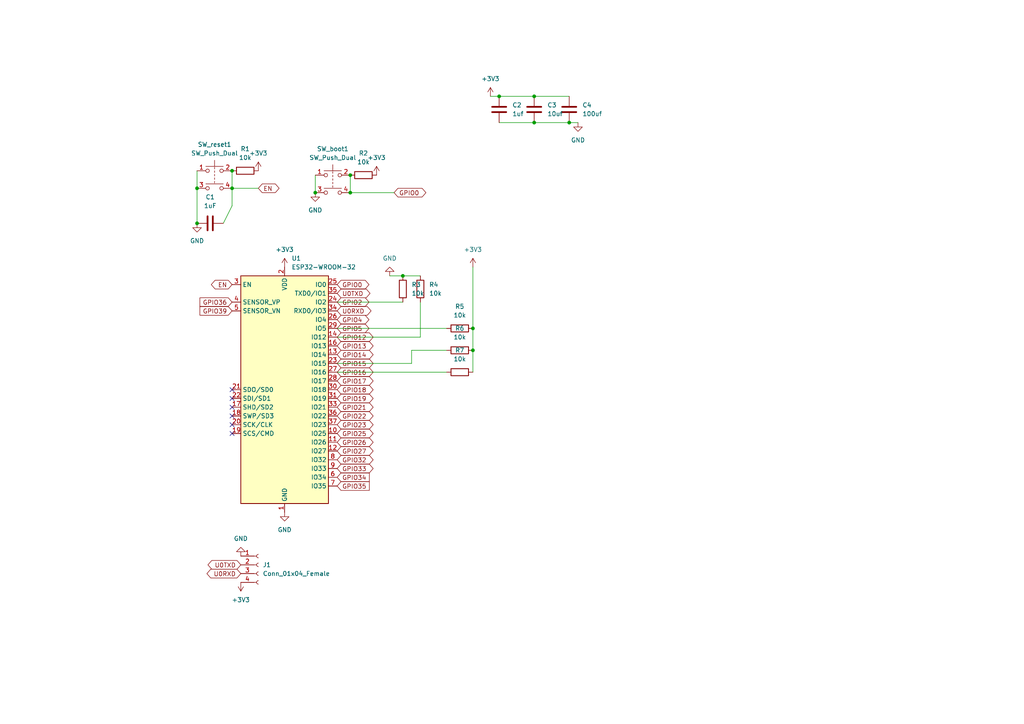
<source format=kicad_sch>
(kicad_sch (version 20211123) (generator eeschema)

  (uuid d6454b74-ad60-4ecd-aba7-0a1ef1c5d390)

  (paper "A4")

  (lib_symbols
    (symbol "Connector:Conn_01x04_Female" (pin_names (offset 1.016) hide) (in_bom yes) (on_board yes)
      (property "Reference" "J" (id 0) (at 0 5.08 0)
        (effects (font (size 1.27 1.27)))
      )
      (property "Value" "Conn_01x04_Female" (id 1) (at 0 -7.62 0)
        (effects (font (size 1.27 1.27)))
      )
      (property "Footprint" "" (id 2) (at 0 0 0)
        (effects (font (size 1.27 1.27)) hide)
      )
      (property "Datasheet" "~" (id 3) (at 0 0 0)
        (effects (font (size 1.27 1.27)) hide)
      )
      (property "ki_keywords" "connector" (id 4) (at 0 0 0)
        (effects (font (size 1.27 1.27)) hide)
      )
      (property "ki_description" "Generic connector, single row, 01x04, script generated (kicad-library-utils/schlib/autogen/connector/)" (id 5) (at 0 0 0)
        (effects (font (size 1.27 1.27)) hide)
      )
      (property "ki_fp_filters" "Connector*:*_1x??_*" (id 6) (at 0 0 0)
        (effects (font (size 1.27 1.27)) hide)
      )
      (symbol "Conn_01x04_Female_1_1"
        (arc (start 0 -4.572) (mid -0.508 -5.08) (end 0 -5.588)
          (stroke (width 0.1524) (type default) (color 0 0 0 0))
          (fill (type none))
        )
        (arc (start 0 -2.032) (mid -0.508 -2.54) (end 0 -3.048)
          (stroke (width 0.1524) (type default) (color 0 0 0 0))
          (fill (type none))
        )
        (polyline
          (pts
            (xy -1.27 -5.08)
            (xy -0.508 -5.08)
          )
          (stroke (width 0.1524) (type default) (color 0 0 0 0))
          (fill (type none))
        )
        (polyline
          (pts
            (xy -1.27 -2.54)
            (xy -0.508 -2.54)
          )
          (stroke (width 0.1524) (type default) (color 0 0 0 0))
          (fill (type none))
        )
        (polyline
          (pts
            (xy -1.27 0)
            (xy -0.508 0)
          )
          (stroke (width 0.1524) (type default) (color 0 0 0 0))
          (fill (type none))
        )
        (polyline
          (pts
            (xy -1.27 2.54)
            (xy -0.508 2.54)
          )
          (stroke (width 0.1524) (type default) (color 0 0 0 0))
          (fill (type none))
        )
        (arc (start 0 0.508) (mid -0.508 0) (end 0 -0.508)
          (stroke (width 0.1524) (type default) (color 0 0 0 0))
          (fill (type none))
        )
        (arc (start 0 3.048) (mid -0.508 2.54) (end 0 2.032)
          (stroke (width 0.1524) (type default) (color 0 0 0 0))
          (fill (type none))
        )
        (pin passive line (at -5.08 2.54 0) (length 3.81)
          (name "Pin_1" (effects (font (size 1.27 1.27))))
          (number "1" (effects (font (size 1.27 1.27))))
        )
        (pin passive line (at -5.08 0 0) (length 3.81)
          (name "Pin_2" (effects (font (size 1.27 1.27))))
          (number "2" (effects (font (size 1.27 1.27))))
        )
        (pin passive line (at -5.08 -2.54 0) (length 3.81)
          (name "Pin_3" (effects (font (size 1.27 1.27))))
          (number "3" (effects (font (size 1.27 1.27))))
        )
        (pin passive line (at -5.08 -5.08 0) (length 3.81)
          (name "Pin_4" (effects (font (size 1.27 1.27))))
          (number "4" (effects (font (size 1.27 1.27))))
        )
      )
    )
    (symbol "Device:C" (pin_numbers hide) (pin_names (offset 0.254)) (in_bom yes) (on_board yes)
      (property "Reference" "C" (id 0) (at 0.635 2.54 0)
        (effects (font (size 1.27 1.27)) (justify left))
      )
      (property "Value" "C" (id 1) (at 0.635 -2.54 0)
        (effects (font (size 1.27 1.27)) (justify left))
      )
      (property "Footprint" "" (id 2) (at 0.9652 -3.81 0)
        (effects (font (size 1.27 1.27)) hide)
      )
      (property "Datasheet" "~" (id 3) (at 0 0 0)
        (effects (font (size 1.27 1.27)) hide)
      )
      (property "ki_keywords" "cap capacitor" (id 4) (at 0 0 0)
        (effects (font (size 1.27 1.27)) hide)
      )
      (property "ki_description" "Unpolarized capacitor" (id 5) (at 0 0 0)
        (effects (font (size 1.27 1.27)) hide)
      )
      (property "ki_fp_filters" "C_*" (id 6) (at 0 0 0)
        (effects (font (size 1.27 1.27)) hide)
      )
      (symbol "C_0_1"
        (polyline
          (pts
            (xy -2.032 -0.762)
            (xy 2.032 -0.762)
          )
          (stroke (width 0.508) (type default) (color 0 0 0 0))
          (fill (type none))
        )
        (polyline
          (pts
            (xy -2.032 0.762)
            (xy 2.032 0.762)
          )
          (stroke (width 0.508) (type default) (color 0 0 0 0))
          (fill (type none))
        )
      )
      (symbol "C_1_1"
        (pin passive line (at 0 3.81 270) (length 2.794)
          (name "~" (effects (font (size 1.27 1.27))))
          (number "1" (effects (font (size 1.27 1.27))))
        )
        (pin passive line (at 0 -3.81 90) (length 2.794)
          (name "~" (effects (font (size 1.27 1.27))))
          (number "2" (effects (font (size 1.27 1.27))))
        )
      )
    )
    (symbol "Device:R" (pin_numbers hide) (pin_names (offset 0)) (in_bom yes) (on_board yes)
      (property "Reference" "R" (id 0) (at 2.032 0 90)
        (effects (font (size 1.27 1.27)))
      )
      (property "Value" "R" (id 1) (at 0 0 90)
        (effects (font (size 1.27 1.27)))
      )
      (property "Footprint" "" (id 2) (at -1.778 0 90)
        (effects (font (size 1.27 1.27)) hide)
      )
      (property "Datasheet" "~" (id 3) (at 0 0 0)
        (effects (font (size 1.27 1.27)) hide)
      )
      (property "ki_keywords" "R res resistor" (id 4) (at 0 0 0)
        (effects (font (size 1.27 1.27)) hide)
      )
      (property "ki_description" "Resistor" (id 5) (at 0 0 0)
        (effects (font (size 1.27 1.27)) hide)
      )
      (property "ki_fp_filters" "R_*" (id 6) (at 0 0 0)
        (effects (font (size 1.27 1.27)) hide)
      )
      (symbol "R_0_1"
        (rectangle (start -1.016 -2.54) (end 1.016 2.54)
          (stroke (width 0.254) (type default) (color 0 0 0 0))
          (fill (type none))
        )
      )
      (symbol "R_1_1"
        (pin passive line (at 0 3.81 270) (length 1.27)
          (name "~" (effects (font (size 1.27 1.27))))
          (number "1" (effects (font (size 1.27 1.27))))
        )
        (pin passive line (at 0 -3.81 90) (length 1.27)
          (name "~" (effects (font (size 1.27 1.27))))
          (number "2" (effects (font (size 1.27 1.27))))
        )
      )
    )
    (symbol "RF_Module:ESP32-WROOM-32" (in_bom yes) (on_board yes)
      (property "Reference" "U" (id 0) (at -12.7 34.29 0)
        (effects (font (size 1.27 1.27)) (justify left))
      )
      (property "Value" "ESP32-WROOM-32" (id 1) (at 1.27 34.29 0)
        (effects (font (size 1.27 1.27)) (justify left))
      )
      (property "Footprint" "RF_Module:ESP32-WROOM-32" (id 2) (at 0 -38.1 0)
        (effects (font (size 1.27 1.27)) hide)
      )
      (property "Datasheet" "https://www.espressif.com/sites/default/files/documentation/esp32-wroom-32_datasheet_en.pdf" (id 3) (at -7.62 1.27 0)
        (effects (font (size 1.27 1.27)) hide)
      )
      (property "ki_keywords" "RF Radio BT ESP ESP32 Espressif onboard PCB antenna" (id 4) (at 0 0 0)
        (effects (font (size 1.27 1.27)) hide)
      )
      (property "ki_description" "RF Module, ESP32-D0WDQ6 SoC, Wi-Fi 802.11b/g/n, Bluetooth, BLE, 32-bit, 2.7-3.6V, onboard antenna, SMD" (id 5) (at 0 0 0)
        (effects (font (size 1.27 1.27)) hide)
      )
      (property "ki_fp_filters" "ESP32?WROOM?32*" (id 6) (at 0 0 0)
        (effects (font (size 1.27 1.27)) hide)
      )
      (symbol "ESP32-WROOM-32_0_1"
        (rectangle (start -12.7 33.02) (end 12.7 -33.02)
          (stroke (width 0.254) (type default) (color 0 0 0 0))
          (fill (type background))
        )
      )
      (symbol "ESP32-WROOM-32_1_1"
        (pin power_in line (at 0 -35.56 90) (length 2.54)
          (name "GND" (effects (font (size 1.27 1.27))))
          (number "1" (effects (font (size 1.27 1.27))))
        )
        (pin bidirectional line (at 15.24 -12.7 180) (length 2.54)
          (name "IO25" (effects (font (size 1.27 1.27))))
          (number "10" (effects (font (size 1.27 1.27))))
        )
        (pin bidirectional line (at 15.24 -15.24 180) (length 2.54)
          (name "IO26" (effects (font (size 1.27 1.27))))
          (number "11" (effects (font (size 1.27 1.27))))
        )
        (pin bidirectional line (at 15.24 -17.78 180) (length 2.54)
          (name "IO27" (effects (font (size 1.27 1.27))))
          (number "12" (effects (font (size 1.27 1.27))))
        )
        (pin bidirectional line (at 15.24 10.16 180) (length 2.54)
          (name "IO14" (effects (font (size 1.27 1.27))))
          (number "13" (effects (font (size 1.27 1.27))))
        )
        (pin bidirectional line (at 15.24 15.24 180) (length 2.54)
          (name "IO12" (effects (font (size 1.27 1.27))))
          (number "14" (effects (font (size 1.27 1.27))))
        )
        (pin passive line (at 0 -35.56 90) (length 2.54) hide
          (name "GND" (effects (font (size 1.27 1.27))))
          (number "15" (effects (font (size 1.27 1.27))))
        )
        (pin bidirectional line (at 15.24 12.7 180) (length 2.54)
          (name "IO13" (effects (font (size 1.27 1.27))))
          (number "16" (effects (font (size 1.27 1.27))))
        )
        (pin bidirectional line (at -15.24 -5.08 0) (length 2.54)
          (name "SHD/SD2" (effects (font (size 1.27 1.27))))
          (number "17" (effects (font (size 1.27 1.27))))
        )
        (pin bidirectional line (at -15.24 -7.62 0) (length 2.54)
          (name "SWP/SD3" (effects (font (size 1.27 1.27))))
          (number "18" (effects (font (size 1.27 1.27))))
        )
        (pin bidirectional line (at -15.24 -12.7 0) (length 2.54)
          (name "SCS/CMD" (effects (font (size 1.27 1.27))))
          (number "19" (effects (font (size 1.27 1.27))))
        )
        (pin power_in line (at 0 35.56 270) (length 2.54)
          (name "VDD" (effects (font (size 1.27 1.27))))
          (number "2" (effects (font (size 1.27 1.27))))
        )
        (pin bidirectional line (at -15.24 -10.16 0) (length 2.54)
          (name "SCK/CLK" (effects (font (size 1.27 1.27))))
          (number "20" (effects (font (size 1.27 1.27))))
        )
        (pin bidirectional line (at -15.24 0 0) (length 2.54)
          (name "SDO/SD0" (effects (font (size 1.27 1.27))))
          (number "21" (effects (font (size 1.27 1.27))))
        )
        (pin bidirectional line (at -15.24 -2.54 0) (length 2.54)
          (name "SDI/SD1" (effects (font (size 1.27 1.27))))
          (number "22" (effects (font (size 1.27 1.27))))
        )
        (pin bidirectional line (at 15.24 7.62 180) (length 2.54)
          (name "IO15" (effects (font (size 1.27 1.27))))
          (number "23" (effects (font (size 1.27 1.27))))
        )
        (pin bidirectional line (at 15.24 25.4 180) (length 2.54)
          (name "IO2" (effects (font (size 1.27 1.27))))
          (number "24" (effects (font (size 1.27 1.27))))
        )
        (pin bidirectional line (at 15.24 30.48 180) (length 2.54)
          (name "IO0" (effects (font (size 1.27 1.27))))
          (number "25" (effects (font (size 1.27 1.27))))
        )
        (pin bidirectional line (at 15.24 20.32 180) (length 2.54)
          (name "IO4" (effects (font (size 1.27 1.27))))
          (number "26" (effects (font (size 1.27 1.27))))
        )
        (pin bidirectional line (at 15.24 5.08 180) (length 2.54)
          (name "IO16" (effects (font (size 1.27 1.27))))
          (number "27" (effects (font (size 1.27 1.27))))
        )
        (pin bidirectional line (at 15.24 2.54 180) (length 2.54)
          (name "IO17" (effects (font (size 1.27 1.27))))
          (number "28" (effects (font (size 1.27 1.27))))
        )
        (pin bidirectional line (at 15.24 17.78 180) (length 2.54)
          (name "IO5" (effects (font (size 1.27 1.27))))
          (number "29" (effects (font (size 1.27 1.27))))
        )
        (pin input line (at -15.24 30.48 0) (length 2.54)
          (name "EN" (effects (font (size 1.27 1.27))))
          (number "3" (effects (font (size 1.27 1.27))))
        )
        (pin bidirectional line (at 15.24 0 180) (length 2.54)
          (name "IO18" (effects (font (size 1.27 1.27))))
          (number "30" (effects (font (size 1.27 1.27))))
        )
        (pin bidirectional line (at 15.24 -2.54 180) (length 2.54)
          (name "IO19" (effects (font (size 1.27 1.27))))
          (number "31" (effects (font (size 1.27 1.27))))
        )
        (pin no_connect line (at -12.7 -27.94 0) (length 2.54) hide
          (name "NC" (effects (font (size 1.27 1.27))))
          (number "32" (effects (font (size 1.27 1.27))))
        )
        (pin bidirectional line (at 15.24 -5.08 180) (length 2.54)
          (name "IO21" (effects (font (size 1.27 1.27))))
          (number "33" (effects (font (size 1.27 1.27))))
        )
        (pin bidirectional line (at 15.24 22.86 180) (length 2.54)
          (name "RXD0/IO3" (effects (font (size 1.27 1.27))))
          (number "34" (effects (font (size 1.27 1.27))))
        )
        (pin bidirectional line (at 15.24 27.94 180) (length 2.54)
          (name "TXD0/IO1" (effects (font (size 1.27 1.27))))
          (number "35" (effects (font (size 1.27 1.27))))
        )
        (pin bidirectional line (at 15.24 -7.62 180) (length 2.54)
          (name "IO22" (effects (font (size 1.27 1.27))))
          (number "36" (effects (font (size 1.27 1.27))))
        )
        (pin bidirectional line (at 15.24 -10.16 180) (length 2.54)
          (name "IO23" (effects (font (size 1.27 1.27))))
          (number "37" (effects (font (size 1.27 1.27))))
        )
        (pin passive line (at 0 -35.56 90) (length 2.54) hide
          (name "GND" (effects (font (size 1.27 1.27))))
          (number "38" (effects (font (size 1.27 1.27))))
        )
        (pin passive line (at 0 -35.56 90) (length 2.54) hide
          (name "GND" (effects (font (size 1.27 1.27))))
          (number "39" (effects (font (size 1.27 1.27))))
        )
        (pin input line (at -15.24 25.4 0) (length 2.54)
          (name "SENSOR_VP" (effects (font (size 1.27 1.27))))
          (number "4" (effects (font (size 1.27 1.27))))
        )
        (pin input line (at -15.24 22.86 0) (length 2.54)
          (name "SENSOR_VN" (effects (font (size 1.27 1.27))))
          (number "5" (effects (font (size 1.27 1.27))))
        )
        (pin input line (at 15.24 -25.4 180) (length 2.54)
          (name "IO34" (effects (font (size 1.27 1.27))))
          (number "6" (effects (font (size 1.27 1.27))))
        )
        (pin input line (at 15.24 -27.94 180) (length 2.54)
          (name "IO35" (effects (font (size 1.27 1.27))))
          (number "7" (effects (font (size 1.27 1.27))))
        )
        (pin bidirectional line (at 15.24 -20.32 180) (length 2.54)
          (name "IO32" (effects (font (size 1.27 1.27))))
          (number "8" (effects (font (size 1.27 1.27))))
        )
        (pin bidirectional line (at 15.24 -22.86 180) (length 2.54)
          (name "IO33" (effects (font (size 1.27 1.27))))
          (number "9" (effects (font (size 1.27 1.27))))
        )
      )
    )
    (symbol "Switch:SW_Push_Dual" (pin_names (offset 1.016) hide) (in_bom yes) (on_board yes)
      (property "Reference" "SW" (id 0) (at 1.27 2.54 0)
        (effects (font (size 1.27 1.27)) (justify left))
      )
      (property "Value" "SW_Push_Dual" (id 1) (at 0 -6.858 0)
        (effects (font (size 1.27 1.27)))
      )
      (property "Footprint" "" (id 2) (at 0 5.08 0)
        (effects (font (size 1.27 1.27)) hide)
      )
      (property "Datasheet" "~" (id 3) (at 0 5.08 0)
        (effects (font (size 1.27 1.27)) hide)
      )
      (property "ki_keywords" "switch normally-open pushbutton push-button" (id 4) (at 0 0 0)
        (effects (font (size 1.27 1.27)) hide)
      )
      (property "ki_description" "Push button switch, generic, symbol, four pins" (id 5) (at 0 0 0)
        (effects (font (size 1.27 1.27)) hide)
      )
      (symbol "SW_Push_Dual_0_1"
        (circle (center -2.032 -5.08) (radius 0.508)
          (stroke (width 0) (type default) (color 0 0 0 0))
          (fill (type none))
        )
        (circle (center -2.032 0) (radius 0.508)
          (stroke (width 0) (type default) (color 0 0 0 0))
          (fill (type none))
        )
        (polyline
          (pts
            (xy 0 -3.048)
            (xy 0 -3.556)
          )
          (stroke (width 0) (type default) (color 0 0 0 0))
          (fill (type none))
        )
        (polyline
          (pts
            (xy 0 -2.032)
            (xy 0 -2.54)
          )
          (stroke (width 0) (type default) (color 0 0 0 0))
          (fill (type none))
        )
        (polyline
          (pts
            (xy 0 -1.524)
            (xy 0 -1.016)
          )
          (stroke (width 0) (type default) (color 0 0 0 0))
          (fill (type none))
        )
        (polyline
          (pts
            (xy 0 -0.508)
            (xy 0 0)
          )
          (stroke (width 0) (type default) (color 0 0 0 0))
          (fill (type none))
        )
        (polyline
          (pts
            (xy 0 0.508)
            (xy 0 1.016)
          )
          (stroke (width 0) (type default) (color 0 0 0 0))
          (fill (type none))
        )
        (polyline
          (pts
            (xy 0 1.27)
            (xy 0 3.048)
          )
          (stroke (width 0) (type default) (color 0 0 0 0))
          (fill (type none))
        )
        (polyline
          (pts
            (xy 2.54 -3.81)
            (xy -2.54 -3.81)
          )
          (stroke (width 0) (type default) (color 0 0 0 0))
          (fill (type none))
        )
        (polyline
          (pts
            (xy 2.54 1.27)
            (xy -2.54 1.27)
          )
          (stroke (width 0) (type default) (color 0 0 0 0))
          (fill (type none))
        )
        (circle (center 2.032 -5.08) (radius 0.508)
          (stroke (width 0) (type default) (color 0 0 0 0))
          (fill (type none))
        )
        (circle (center 2.032 0) (radius 0.508)
          (stroke (width 0) (type default) (color 0 0 0 0))
          (fill (type none))
        )
        (pin passive line (at -5.08 0 0) (length 2.54)
          (name "1" (effects (font (size 1.27 1.27))))
          (number "1" (effects (font (size 1.27 1.27))))
        )
        (pin passive line (at 5.08 0 180) (length 2.54)
          (name "2" (effects (font (size 1.27 1.27))))
          (number "2" (effects (font (size 1.27 1.27))))
        )
        (pin passive line (at -5.08 -5.08 0) (length 2.54)
          (name "3" (effects (font (size 1.27 1.27))))
          (number "3" (effects (font (size 1.27 1.27))))
        )
        (pin passive line (at 5.08 -5.08 180) (length 2.54)
          (name "4" (effects (font (size 1.27 1.27))))
          (number "4" (effects (font (size 1.27 1.27))))
        )
      )
    )
    (symbol "power:+3.3V" (power) (pin_names (offset 0)) (in_bom yes) (on_board yes)
      (property "Reference" "#PWR" (id 0) (at 0 -3.81 0)
        (effects (font (size 1.27 1.27)) hide)
      )
      (property "Value" "+3.3V" (id 1) (at 0 3.556 0)
        (effects (font (size 1.27 1.27)))
      )
      (property "Footprint" "" (id 2) (at 0 0 0)
        (effects (font (size 1.27 1.27)) hide)
      )
      (property "Datasheet" "" (id 3) (at 0 0 0)
        (effects (font (size 1.27 1.27)) hide)
      )
      (property "ki_keywords" "power-flag" (id 4) (at 0 0 0)
        (effects (font (size 1.27 1.27)) hide)
      )
      (property "ki_description" "Power symbol creates a global label with name \"+3.3V\"" (id 5) (at 0 0 0)
        (effects (font (size 1.27 1.27)) hide)
      )
      (symbol "+3.3V_0_1"
        (polyline
          (pts
            (xy -0.762 1.27)
            (xy 0 2.54)
          )
          (stroke (width 0) (type default) (color 0 0 0 0))
          (fill (type none))
        )
        (polyline
          (pts
            (xy 0 0)
            (xy 0 2.54)
          )
          (stroke (width 0) (type default) (color 0 0 0 0))
          (fill (type none))
        )
        (polyline
          (pts
            (xy 0 2.54)
            (xy 0.762 1.27)
          )
          (stroke (width 0) (type default) (color 0 0 0 0))
          (fill (type none))
        )
      )
      (symbol "+3.3V_1_1"
        (pin power_in line (at 0 0 90) (length 0) hide
          (name "+3V3" (effects (font (size 1.27 1.27))))
          (number "1" (effects (font (size 1.27 1.27))))
        )
      )
    )
    (symbol "power:GND" (power) (pin_names (offset 0)) (in_bom yes) (on_board yes)
      (property "Reference" "#PWR" (id 0) (at 0 -6.35 0)
        (effects (font (size 1.27 1.27)) hide)
      )
      (property "Value" "GND" (id 1) (at 0 -3.81 0)
        (effects (font (size 1.27 1.27)))
      )
      (property "Footprint" "" (id 2) (at 0 0 0)
        (effects (font (size 1.27 1.27)) hide)
      )
      (property "Datasheet" "" (id 3) (at 0 0 0)
        (effects (font (size 1.27 1.27)) hide)
      )
      (property "ki_keywords" "power-flag" (id 4) (at 0 0 0)
        (effects (font (size 1.27 1.27)) hide)
      )
      (property "ki_description" "Power symbol creates a global label with name \"GND\" , ground" (id 5) (at 0 0 0)
        (effects (font (size 1.27 1.27)) hide)
      )
      (symbol "GND_0_1"
        (polyline
          (pts
            (xy 0 0)
            (xy 0 -1.27)
            (xy 1.27 -1.27)
            (xy 0 -2.54)
            (xy -1.27 -1.27)
            (xy 0 -1.27)
          )
          (stroke (width 0) (type default) (color 0 0 0 0))
          (fill (type none))
        )
      )
      (symbol "GND_1_1"
        (pin power_in line (at 0 0 270) (length 0) hide
          (name "GND" (effects (font (size 1.27 1.27))))
          (number "1" (effects (font (size 1.27 1.27))))
        )
      )
    )
  )

  (junction (at 101.6 55.88) (diameter 0) (color 0 0 0 0)
    (uuid 18743144-f46b-46d3-b2cd-56e97c0ffb9d)
  )
  (junction (at 165.1 35.56) (diameter 0) (color 0 0 0 0)
    (uuid 28ff0ad5-5f94-47c0-ba32-54e5591b7e43)
  )
  (junction (at 154.94 35.56) (diameter 0) (color 0 0 0 0)
    (uuid 3f5e2b71-0eee-4acf-8ae3-c570ea92cecf)
  )
  (junction (at 57.15 54.61) (diameter 0) (color 0 0 0 0)
    (uuid 41bc4358-778b-41af-a7fd-b643743fa4cd)
  )
  (junction (at 101.6 50.8) (diameter 0) (color 0 0 0 0)
    (uuid 53d87d67-d5a2-4c45-82e5-8020ce75ea70)
  )
  (junction (at 154.94 27.94) (diameter 0) (color 0 0 0 0)
    (uuid 6115df9a-d271-4c0e-b90f-e3a0e9b7133d)
  )
  (junction (at 144.78 27.94) (diameter 0) (color 0 0 0 0)
    (uuid 6d2d5057-07b9-4899-a64a-a54b859277ca)
  )
  (junction (at 67.31 54.61) (diameter 0) (color 0 0 0 0)
    (uuid 7aa0c05d-6bb5-4e64-925a-797ffe5bee81)
  )
  (junction (at 91.44 55.88) (diameter 0) (color 0 0 0 0)
    (uuid 9093e0e1-a064-4125-ad4c-e0c9878d3db7)
  )
  (junction (at 57.15 64.77) (diameter 0) (color 0 0 0 0)
    (uuid 95475210-d0a4-4d63-b45a-ccd83b011a41)
  )
  (junction (at 116.84 80.01) (diameter 0) (color 0 0 0 0)
    (uuid bf6ccf49-beb7-4f5b-8fc4-af3ac1364996)
  )
  (junction (at 137.16 95.25) (diameter 0) (color 0 0 0 0)
    (uuid d3787239-9054-47c5-8162-381aa27071ff)
  )
  (junction (at 137.16 101.6) (diameter 0) (color 0 0 0 0)
    (uuid da4f3859-a378-4de5-b9e2-a02975429058)
  )
  (junction (at 67.31 49.53) (diameter 0) (color 0 0 0 0)
    (uuid ffe1094d-09b0-4bab-a407-20ffb2047ac4)
  )

  (no_connect (at 67.31 123.19) (uuid 2e64e7b6-04b9-4842-b788-cc1bd812b813))
  (no_connect (at 67.31 113.03) (uuid 2fbb100a-3934-45a9-9795-245440b8f3e9))
  (no_connect (at 67.31 120.65) (uuid 67d7640a-458a-4b7a-8998-50f530422d5c))
  (no_connect (at 67.31 118.11) (uuid 727b7d3e-63fc-4631-a702-35c1e7bf47ad))
  (no_connect (at 67.31 125.73) (uuid 8ed752e8-d22b-4706-8198-fa390d78b070))
  (no_connect (at 67.31 115.57) (uuid 970f2499-106e-4c81-9eba-4b7949dec559))

  (wire (pts (xy 144.78 27.94) (xy 154.94 27.94))
    (stroke (width 0) (type default) (color 0 0 0 0))
    (uuid 0918f690-7d83-41e1-952a-9ca193bbb1f6)
  )
  (wire (pts (xy 113.03 80.01) (xy 116.84 80.01))
    (stroke (width 0) (type default) (color 0 0 0 0))
    (uuid 0e485d1a-09fe-48d7-9901-03e8d7592c69)
  )
  (wire (pts (xy 154.94 35.56) (xy 165.1 35.56))
    (stroke (width 0) (type default) (color 0 0 0 0))
    (uuid 17d534f0-1586-4841-9a6d-093548b27ee1)
  )
  (wire (pts (xy 144.78 35.56) (xy 154.94 35.56))
    (stroke (width 0) (type default) (color 0 0 0 0))
    (uuid 1bffbf6e-fde8-44af-bb01-2ab6c06331d0)
  )
  (wire (pts (xy 97.79 107.95) (xy 129.54 107.95))
    (stroke (width 0) (type default) (color 0 0 0 0))
    (uuid 2d349936-cd1e-4c64-9d9c-50bba77c4b19)
  )
  (wire (pts (xy 137.16 101.6) (xy 137.16 107.95))
    (stroke (width 0) (type default) (color 0 0 0 0))
    (uuid 3380c346-037f-408c-b631-d66de977273d)
  )
  (wire (pts (xy 101.6 55.88) (xy 114.3 55.88))
    (stroke (width 0) (type default) (color 0 0 0 0))
    (uuid 35de19df-797d-46bc-beec-c46f268ebcc3)
  )
  (wire (pts (xy 91.44 50.8) (xy 91.44 55.88))
    (stroke (width 0) (type default) (color 0 0 0 0))
    (uuid 3637fb70-1be2-4fcd-98d0-c989afdc6baf)
  )
  (wire (pts (xy 97.79 105.41) (xy 119.38 105.41))
    (stroke (width 0) (type default) (color 0 0 0 0))
    (uuid 3854ef56-8726-411f-b3d6-92186730a4cb)
  )
  (wire (pts (xy 142.24 27.94) (xy 144.78 27.94))
    (stroke (width 0) (type default) (color 0 0 0 0))
    (uuid 3ba9b561-6e74-4c90-8928-09ec1aa1dc25)
  )
  (wire (pts (xy 101.6 50.8) (xy 101.6 55.88))
    (stroke (width 0) (type default) (color 0 0 0 0))
    (uuid 4f5603c2-0a1e-442a-9f85-bfd18d318e6d)
  )
  (wire (pts (xy 97.79 87.63) (xy 116.84 87.63))
    (stroke (width 0) (type default) (color 0 0 0 0))
    (uuid 51dbe3c7-8480-4b47-b484-c8b79b937f42)
  )
  (wire (pts (xy 137.16 95.25) (xy 137.16 101.6))
    (stroke (width 0) (type default) (color 0 0 0 0))
    (uuid 6a8db94e-2101-4392-abf7-8c92026028c6)
  )
  (wire (pts (xy 137.16 77.47) (xy 137.16 95.25))
    (stroke (width 0) (type default) (color 0 0 0 0))
    (uuid 72bcc90e-4e6e-47b0-9b59-860058acbf3e)
  )
  (wire (pts (xy 97.79 97.79) (xy 121.92 97.79))
    (stroke (width 0) (type default) (color 0 0 0 0))
    (uuid 8a904df2-cd69-4190-a297-a97013bbd4d6)
  )
  (wire (pts (xy 67.31 49.53) (xy 67.31 54.61))
    (stroke (width 0) (type default) (color 0 0 0 0))
    (uuid a67393f6-27b6-481d-a465-8a3bbd5d53fe)
  )
  (wire (pts (xy 57.15 54.61) (xy 57.15 64.77))
    (stroke (width 0) (type default) (color 0 0 0 0))
    (uuid af5f1091-9157-4860-951e-828a379a65ed)
  )
  (wire (pts (xy 119.38 101.6) (xy 129.54 101.6))
    (stroke (width 0) (type default) (color 0 0 0 0))
    (uuid b1a0bc34-5257-4cd4-8c3b-4451443b75ee)
  )
  (wire (pts (xy 154.94 27.94) (xy 165.1 27.94))
    (stroke (width 0) (type default) (color 0 0 0 0))
    (uuid b42c2271-5f31-4c70-a4fe-69ec832bd316)
  )
  (wire (pts (xy 57.15 49.53) (xy 57.15 54.61))
    (stroke (width 0) (type default) (color 0 0 0 0))
    (uuid b801f421-641e-42a8-94d7-90957515eae4)
  )
  (wire (pts (xy 165.1 35.56) (xy 167.64 35.56))
    (stroke (width 0) (type default) (color 0 0 0 0))
    (uuid c03eec4c-c6a0-489c-b65f-9f0c4b968430)
  )
  (wire (pts (xy 119.38 105.41) (xy 119.38 101.6))
    (stroke (width 0) (type default) (color 0 0 0 0))
    (uuid c114a069-5321-4fd1-a7f6-96aaa755bca6)
  )
  (wire (pts (xy 64.77 64.77) (xy 67.31 59.69))
    (stroke (width 0) (type default) (color 0 0 0 0))
    (uuid d66c8b97-54ff-4a3e-910e-7c181d5467f2)
  )
  (wire (pts (xy 121.92 87.63) (xy 121.92 97.79))
    (stroke (width 0) (type default) (color 0 0 0 0))
    (uuid e75d4dda-6063-431c-a423-3c4b0c6baa0e)
  )
  (wire (pts (xy 67.31 59.69) (xy 67.31 54.61))
    (stroke (width 0) (type default) (color 0 0 0 0))
    (uuid eeea5de4-05c6-4443-a1f8-20132e31976e)
  )
  (wire (pts (xy 116.84 80.01) (xy 121.92 80.01))
    (stroke (width 0) (type default) (color 0 0 0 0))
    (uuid f199db74-12a0-4625-9e06-b4f69f9c339d)
  )
  (wire (pts (xy 97.79 95.25) (xy 129.54 95.25))
    (stroke (width 0) (type default) (color 0 0 0 0))
    (uuid f362a9d3-01e0-4020-aeec-ed396513db3c)
  )
  (wire (pts (xy 74.93 54.61) (xy 67.31 54.61))
    (stroke (width 0) (type default) (color 0 0 0 0))
    (uuid f553d07f-2656-4144-9003-0c8273571af7)
  )

  (global_label "U0RXD" (shape bidirectional) (at 97.79 90.17 0) (fields_autoplaced)
    (effects (font (size 1.27 1.27)) (justify left))
    (uuid 0a3281cd-f90c-4a20-90c0-ec10c1a67561)
    (property "Intersheet References" "${INTERSHEET_REFS}" (id 0) (at 106.4926 90.0906 0)
      (effects (font (size 1.27 1.27)) (justify left) hide)
    )
  )
  (global_label "U0TXD" (shape bidirectional) (at 97.79 85.09 0) (fields_autoplaced)
    (effects (font (size 1.27 1.27)) (justify left))
    (uuid 0fca4aaa-0caf-4db5-956b-a2096445b414)
    (property "Intersheet References" "${INTERSHEET_REFS}" (id 0) (at 106.1902 85.0106 0)
      (effects (font (size 1.27 1.27)) (justify left) hide)
    )
  )
  (global_label "GPIO35" (shape input) (at 97.79 140.97 0) (fields_autoplaced)
    (effects (font (size 1.27 1.27)) (justify left))
    (uuid 1167df7c-d35d-4433-8d10-2f88e3a87912)
    (property "Intersheet References" "${INTERSHEET_REFS}" (id 0) (at 107.0974 140.8906 0)
      (effects (font (size 1.27 1.27)) (justify left) hide)
    )
  )
  (global_label "GPIO15" (shape bidirectional) (at 97.79 105.41 0) (fields_autoplaced)
    (effects (font (size 1.27 1.27)) (justify left))
    (uuid 19ade916-baef-4419-bb8c-7ebb60a7bb65)
    (property "Intersheet References" "${INTERSHEET_REFS}" (id 0) (at 107.0974 105.3306 0)
      (effects (font (size 1.27 1.27)) (justify left) hide)
    )
  )
  (global_label "GPIO0" (shape bidirectional) (at 114.3 55.88 0) (fields_autoplaced)
    (effects (font (size 1.27 1.27)) (justify left))
    (uuid 33b78aa6-93bb-4006-bcb5-772ed655e88d)
    (property "Intersheet References" "${INTERSHEET_REFS}" (id 0) (at 122.3979 55.8006 0)
      (effects (font (size 1.27 1.27)) (justify left) hide)
    )
  )
  (global_label "GPIO23" (shape bidirectional) (at 97.79 123.19 0) (fields_autoplaced)
    (effects (font (size 1.27 1.27)) (justify left))
    (uuid 3b5c885b-852c-4e2b-8eb7-b008ea210871)
    (property "Intersheet References" "${INTERSHEET_REFS}" (id 0) (at 107.0974 123.1106 0)
      (effects (font (size 1.27 1.27)) (justify left) hide)
    )
  )
  (global_label "GPIO36" (shape input) (at 67.31 87.63 180) (fields_autoplaced)
    (effects (font (size 1.27 1.27)) (justify right))
    (uuid 3da08f62-5aac-411e-83b7-fbf84c029a9b)
    (property "Intersheet References" "${INTERSHEET_REFS}" (id 0) (at 58.0026 87.5506 0)
      (effects (font (size 1.27 1.27)) (justify right) hide)
    )
  )
  (global_label "GPIO14" (shape bidirectional) (at 97.79 102.87 0) (fields_autoplaced)
    (effects (font (size 1.27 1.27)) (justify left))
    (uuid 4017ace0-5592-4d49-a803-366f25acc558)
    (property "Intersheet References" "${INTERSHEET_REFS}" (id 0) (at 107.0974 102.7906 0)
      (effects (font (size 1.27 1.27)) (justify left) hide)
    )
  )
  (global_label "GPIO27" (shape bidirectional) (at 97.79 130.81 0) (fields_autoplaced)
    (effects (font (size 1.27 1.27)) (justify left))
    (uuid 42071756-01f3-4f98-a0fa-3259d503b033)
    (property "Intersheet References" "${INTERSHEET_REFS}" (id 0) (at 107.0974 130.7306 0)
      (effects (font (size 1.27 1.27)) (justify left) hide)
    )
  )
  (global_label "EN" (shape bidirectional) (at 67.31 82.55 180) (fields_autoplaced)
    (effects (font (size 1.27 1.27)) (justify right))
    (uuid 4913326d-3c29-46f2-80a6-3f1f4c33a893)
    (property "Intersheet References" "${INTERSHEET_REFS}" (id 0) (at 62.4174 82.4706 0)
      (effects (font (size 1.27 1.27)) (justify right) hide)
    )
  )
  (global_label "GPIO4" (shape bidirectional) (at 97.79 92.71 0) (fields_autoplaced)
    (effects (font (size 1.27 1.27)) (justify left))
    (uuid 5ad083b5-4113-46f3-86ba-ce5bdeb34465)
    (property "Intersheet References" "${INTERSHEET_REFS}" (id 0) (at 105.8879 92.6306 0)
      (effects (font (size 1.27 1.27)) (justify left) hide)
    )
  )
  (global_label "GPIO12" (shape bidirectional) (at 97.79 97.79 0) (fields_autoplaced)
    (effects (font (size 1.27 1.27)) (justify left))
    (uuid 5c157e9c-78ed-4c32-b466-2f1cc8fe4f77)
    (property "Intersheet References" "${INTERSHEET_REFS}" (id 0) (at 107.0974 97.7106 0)
      (effects (font (size 1.27 1.27)) (justify left) hide)
    )
  )
  (global_label "GPIO32" (shape bidirectional) (at 97.79 133.35 0) (fields_autoplaced)
    (effects (font (size 1.27 1.27)) (justify left))
    (uuid 5e1f905f-5a17-413b-895d-b1b86ab25a2c)
    (property "Intersheet References" "${INTERSHEET_REFS}" (id 0) (at 107.0974 133.2706 0)
      (effects (font (size 1.27 1.27)) (justify left) hide)
    )
  )
  (global_label "GPIO16" (shape bidirectional) (at 97.79 107.95 0) (fields_autoplaced)
    (effects (font (size 1.27 1.27)) (justify left))
    (uuid 6591c77f-b5bd-4c1a-9a4a-a2d5d51129f7)
    (property "Intersheet References" "${INTERSHEET_REFS}" (id 0) (at 107.0974 107.8706 0)
      (effects (font (size 1.27 1.27)) (justify left) hide)
    )
  )
  (global_label "GPIO21" (shape bidirectional) (at 97.79 118.11 0) (fields_autoplaced)
    (effects (font (size 1.27 1.27)) (justify left))
    (uuid 662d5590-3ccf-4a6e-b45b-0414992778d9)
    (property "Intersheet References" "${INTERSHEET_REFS}" (id 0) (at 107.0974 118.0306 0)
      (effects (font (size 1.27 1.27)) (justify left) hide)
    )
  )
  (global_label "GPIO19" (shape bidirectional) (at 97.79 115.57 0) (fields_autoplaced)
    (effects (font (size 1.27 1.27)) (justify left))
    (uuid 66b4ba50-544f-4722-8dc6-e3b80bb742c7)
    (property "Intersheet References" "${INTERSHEET_REFS}" (id 0) (at 107.0974 115.4906 0)
      (effects (font (size 1.27 1.27)) (justify left) hide)
    )
  )
  (global_label "GPIO33" (shape bidirectional) (at 97.79 135.89 0) (fields_autoplaced)
    (effects (font (size 1.27 1.27)) (justify left))
    (uuid 67a496e5-c52d-4006-ae55-a36dfada4c7e)
    (property "Intersheet References" "${INTERSHEET_REFS}" (id 0) (at 107.0974 135.8106 0)
      (effects (font (size 1.27 1.27)) (justify left) hide)
    )
  )
  (global_label "GPIO39" (shape input) (at 67.31 90.17 180) (fields_autoplaced)
    (effects (font (size 1.27 1.27)) (justify right))
    (uuid 7f6fabc5-0bc3-42f1-83ce-fd9c102a7aac)
    (property "Intersheet References" "${INTERSHEET_REFS}" (id 0) (at 58.0026 90.0906 0)
      (effects (font (size 1.27 1.27)) (justify right) hide)
    )
  )
  (global_label "GPIO5" (shape bidirectional) (at 97.79 95.25 0) (fields_autoplaced)
    (effects (font (size 1.27 1.27)) (justify left))
    (uuid 842cfcd4-c28d-45b5-b618-6e9f39c94615)
    (property "Intersheet References" "${INTERSHEET_REFS}" (id 0) (at 105.8879 95.1706 0)
      (effects (font (size 1.27 1.27)) (justify left) hide)
    )
  )
  (global_label "U0RXD" (shape bidirectional) (at 69.85 166.37 180) (fields_autoplaced)
    (effects (font (size 1.27 1.27)) (justify right))
    (uuid a103831a-5a8a-4886-aa57-f8b2b69f26ae)
    (property "Intersheet References" "${INTERSHEET_REFS}" (id 0) (at 61.1474 166.4494 0)
      (effects (font (size 1.27 1.27)) (justify right) hide)
    )
  )
  (global_label "GPIO18" (shape bidirectional) (at 97.79 113.03 0) (fields_autoplaced)
    (effects (font (size 1.27 1.27)) (justify left))
    (uuid ae4cf604-2ced-4fd4-a9d8-2e368ca887bc)
    (property "Intersheet References" "${INTERSHEET_REFS}" (id 0) (at 107.0974 112.9506 0)
      (effects (font (size 1.27 1.27)) (justify left) hide)
    )
  )
  (global_label "EN" (shape bidirectional) (at 74.93 54.61 0) (fields_autoplaced)
    (effects (font (size 1.27 1.27)) (justify left))
    (uuid b3c6932c-c22e-40f0-a411-e08604ce12d0)
    (property "Intersheet References" "${INTERSHEET_REFS}" (id 0) (at 79.8226 54.6894 0)
      (effects (font (size 1.27 1.27)) (justify left) hide)
    )
  )
  (global_label "GPIO17" (shape bidirectional) (at 97.79 110.49 0) (fields_autoplaced)
    (effects (font (size 1.27 1.27)) (justify left))
    (uuid b9d803cf-f26a-445b-b8cc-e5944c259746)
    (property "Intersheet References" "${INTERSHEET_REFS}" (id 0) (at 107.0974 110.4106 0)
      (effects (font (size 1.27 1.27)) (justify left) hide)
    )
  )
  (global_label "GPIO34" (shape input) (at 97.79 138.43 0) (fields_autoplaced)
    (effects (font (size 1.27 1.27)) (justify left))
    (uuid bfb508da-2acc-4366-a932-2f9a9338c873)
    (property "Intersheet References" "${INTERSHEET_REFS}" (id 0) (at 107.0974 138.3506 0)
      (effects (font (size 1.27 1.27)) (justify left) hide)
    )
  )
  (global_label "GPIO0" (shape bidirectional) (at 97.79 82.55 0) (fields_autoplaced)
    (effects (font (size 1.27 1.27)) (justify left))
    (uuid c6eaa8d0-7524-4da4-9731-28f974a65b9d)
    (property "Intersheet References" "${INTERSHEET_REFS}" (id 0) (at 105.8879 82.4706 0)
      (effects (font (size 1.27 1.27)) (justify left) hide)
    )
  )
  (global_label "GPIO26" (shape bidirectional) (at 97.79 128.27 0) (fields_autoplaced)
    (effects (font (size 1.27 1.27)) (justify left))
    (uuid d51d98e5-6a25-47ab-a0dc-bab00d2f788f)
    (property "Intersheet References" "${INTERSHEET_REFS}" (id 0) (at 107.0974 128.1906 0)
      (effects (font (size 1.27 1.27)) (justify left) hide)
    )
  )
  (global_label "U0TXD" (shape bidirectional) (at 69.85 163.83 180) (fields_autoplaced)
    (effects (font (size 1.27 1.27)) (justify right))
    (uuid e8e8b373-0166-45f8-ad47-d764131838f9)
    (property "Intersheet References" "${INTERSHEET_REFS}" (id 0) (at 61.4498 163.9094 0)
      (effects (font (size 1.27 1.27)) (justify right) hide)
    )
  )
  (global_label "GPIO2" (shape bidirectional) (at 97.79 87.63 0) (fields_autoplaced)
    (effects (font (size 1.27 1.27)) (justify left))
    (uuid e8f2969e-de06-4af7-b46d-275a99030b28)
    (property "Intersheet References" "${INTERSHEET_REFS}" (id 0) (at 105.8879 87.5506 0)
      (effects (font (size 1.27 1.27)) (justify left) hide)
    )
  )
  (global_label "GPIO25" (shape bidirectional) (at 97.79 125.73 0) (fields_autoplaced)
    (effects (font (size 1.27 1.27)) (justify left))
    (uuid ea76d00c-1569-4a72-bdf1-48a9774969e4)
    (property "Intersheet References" "${INTERSHEET_REFS}" (id 0) (at 107.0974 125.6506 0)
      (effects (font (size 1.27 1.27)) (justify left) hide)
    )
  )
  (global_label "GPIO13" (shape bidirectional) (at 97.79 100.33 0) (fields_autoplaced)
    (effects (font (size 1.27 1.27)) (justify left))
    (uuid f2a29def-99be-422c-846f-29a072a16969)
    (property "Intersheet References" "${INTERSHEET_REFS}" (id 0) (at 107.0974 100.2506 0)
      (effects (font (size 1.27 1.27)) (justify left) hide)
    )
  )
  (global_label "GPIO22" (shape bidirectional) (at 97.79 120.65 0) (fields_autoplaced)
    (effects (font (size 1.27 1.27)) (justify left))
    (uuid fbc854c4-d054-4243-ad53-b4b8c7fada9e)
    (property "Intersheet References" "${INTERSHEET_REFS}" (id 0) (at 107.0974 120.5706 0)
      (effects (font (size 1.27 1.27)) (justify left) hide)
    )
  )

  (symbol (lib_id "power:+3.3V") (at 82.55 77.47 0) (unit 1)
    (in_bom yes) (on_board yes) (fields_autoplaced)
    (uuid 0fa6f3d1-a61b-4cc4-8e86-ae2eda04cffc)
    (property "Reference" "#PWR0102" (id 0) (at 82.55 81.28 0)
      (effects (font (size 1.27 1.27)) hide)
    )
    (property "Value" "+3.3V" (id 1) (at 82.55 72.39 0))
    (property "Footprint" "" (id 2) (at 82.55 77.47 0)
      (effects (font (size 1.27 1.27)) hide)
    )
    (property "Datasheet" "" (id 3) (at 82.55 77.47 0)
      (effects (font (size 1.27 1.27)) hide)
    )
    (pin "1" (uuid 5e378753-a069-4495-84ba-032f4a6d567d))
  )

  (symbol (lib_id "Device:C") (at 60.96 64.77 90) (unit 1)
    (in_bom yes) (on_board yes) (fields_autoplaced)
    (uuid 0fc50505-e261-4106-bbd5-bbd46cf31a96)
    (property "Reference" "C1" (id 0) (at 60.96 57.15 90))
    (property "Value" "1uF" (id 1) (at 60.96 59.69 90))
    (property "Footprint" "Capacitor_SMD:C_0402_1005Metric_Pad0.74x0.62mm_HandSolder" (id 2) (at 64.77 63.8048 0)
      (effects (font (size 1.27 1.27)) hide)
    )
    (property "Datasheet" "~" (id 3) (at 60.96 64.77 0)
      (effects (font (size 1.27 1.27)) hide)
    )
    (pin "1" (uuid 40294860-e029-4507-a5cd-9d8d19dab869))
    (pin "2" (uuid 05f63af2-7a10-4c24-b85d-18f5a994ce61))
  )

  (symbol (lib_id "Device:R") (at 116.84 83.82 0) (unit 1)
    (in_bom yes) (on_board yes) (fields_autoplaced)
    (uuid 128bafd6-92c1-41e3-abff-1200c0919419)
    (property "Reference" "R3" (id 0) (at 119.38 82.5499 0)
      (effects (font (size 1.27 1.27)) (justify left))
    )
    (property "Value" "10k" (id 1) (at 119.38 85.0899 0)
      (effects (font (size 1.27 1.27)) (justify left))
    )
    (property "Footprint" "Resistor_SMD:R_0402_1005Metric_Pad0.72x0.64mm_HandSolder" (id 2) (at 115.062 83.82 90)
      (effects (font (size 1.27 1.27)) hide)
    )
    (property "Datasheet" "~" (id 3) (at 116.84 83.82 0)
      (effects (font (size 1.27 1.27)) hide)
    )
    (pin "1" (uuid fe3762c2-492e-4800-aa1f-af170a191fb1))
    (pin "2" (uuid 753e0d42-083e-40d8-9d20-1215e22e4dbf))
  )

  (symbol (lib_id "Device:R") (at 105.41 50.8 90) (unit 1)
    (in_bom yes) (on_board yes) (fields_autoplaced)
    (uuid 19296754-cfae-4c82-a503-4ac328bb988d)
    (property "Reference" "R2" (id 0) (at 105.41 44.45 90))
    (property "Value" "10k" (id 1) (at 105.41 46.99 90))
    (property "Footprint" "Resistor_SMD:R_0402_1005Metric_Pad0.72x0.64mm_HandSolder" (id 2) (at 105.41 52.578 90)
      (effects (font (size 1.27 1.27)) hide)
    )
    (property "Datasheet" "~" (id 3) (at 105.41 50.8 0)
      (effects (font (size 1.27 1.27)) hide)
    )
    (pin "1" (uuid 590bbea6-3f75-4b66-9995-8d1bff6a552f))
    (pin "2" (uuid 6f8647d8-97f5-4f33-b1d9-7722a0e122fc))
  )

  (symbol (lib_id "Device:C") (at 154.94 31.75 0) (unit 1)
    (in_bom yes) (on_board yes) (fields_autoplaced)
    (uuid 24adeece-040a-40fe-b980-6e58420c4171)
    (property "Reference" "C3" (id 0) (at 158.75 30.4799 0)
      (effects (font (size 1.27 1.27)) (justify left))
    )
    (property "Value" "10uf" (id 1) (at 158.75 33.0199 0)
      (effects (font (size 1.27 1.27)) (justify left))
    )
    (property "Footprint" "Capacitor_SMD:C_0402_1005Metric_Pad0.74x0.62mm_HandSolder" (id 2) (at 155.9052 35.56 0)
      (effects (font (size 1.27 1.27)) hide)
    )
    (property "Datasheet" "~" (id 3) (at 154.94 31.75 0)
      (effects (font (size 1.27 1.27)) hide)
    )
    (pin "1" (uuid 3c80ed41-2078-4ccf-b971-df4ce9133f9f))
    (pin "2" (uuid 65cd81e7-b858-418b-9103-3788a4532122))
  )

  (symbol (lib_id "Device:R") (at 133.35 107.95 90) (unit 1)
    (in_bom yes) (on_board yes) (fields_autoplaced)
    (uuid 2ab09156-690f-4ece-9419-f6e26f490bd2)
    (property "Reference" "R7" (id 0) (at 133.35 101.6 90))
    (property "Value" "10k" (id 1) (at 133.35 104.14 90))
    (property "Footprint" "Resistor_SMD:R_0402_1005Metric_Pad0.72x0.64mm_HandSolder" (id 2) (at 133.35 109.728 90)
      (effects (font (size 1.27 1.27)) hide)
    )
    (property "Datasheet" "~" (id 3) (at 133.35 107.95 0)
      (effects (font (size 1.27 1.27)) hide)
    )
    (pin "1" (uuid 35a136f3-1213-4277-ad2c-f83d63320c6b))
    (pin "2" (uuid fd04ce72-bb83-436b-8999-15e2ee47e120))
  )

  (symbol (lib_id "power:GND") (at 167.64 35.56 0) (unit 1)
    (in_bom yes) (on_board yes) (fields_autoplaced)
    (uuid 313aa730-24f3-49bf-a7f5-d14c945cdfea)
    (property "Reference" "#PWR09" (id 0) (at 167.64 41.91 0)
      (effects (font (size 1.27 1.27)) hide)
    )
    (property "Value" "GND" (id 1) (at 167.64 40.64 0))
    (property "Footprint" "" (id 2) (at 167.64 35.56 0)
      (effects (font (size 1.27 1.27)) hide)
    )
    (property "Datasheet" "" (id 3) (at 167.64 35.56 0)
      (effects (font (size 1.27 1.27)) hide)
    )
    (pin "1" (uuid f7b27411-4024-4892-bebd-ff9e4aa8bb9e))
  )

  (symbol (lib_id "power:+3.3V") (at 142.24 27.94 0) (unit 1)
    (in_bom yes) (on_board yes) (fields_autoplaced)
    (uuid 318b83f1-59a5-42e9-a063-f8667c56001f)
    (property "Reference" "#PWR08" (id 0) (at 142.24 31.75 0)
      (effects (font (size 1.27 1.27)) hide)
    )
    (property "Value" "+3.3V" (id 1) (at 142.24 22.86 0))
    (property "Footprint" "" (id 2) (at 142.24 27.94 0)
      (effects (font (size 1.27 1.27)) hide)
    )
    (property "Datasheet" "" (id 3) (at 142.24 27.94 0)
      (effects (font (size 1.27 1.27)) hide)
    )
    (pin "1" (uuid fda9b16d-c198-4b77-b61b-aa384c62d44b))
  )

  (symbol (lib_id "Device:R") (at 71.12 49.53 90) (unit 1)
    (in_bom yes) (on_board yes)
    (uuid 3e169479-ac11-4677-a8d4-ed5217824611)
    (property "Reference" "R1" (id 0) (at 71.12 43.18 90))
    (property "Value" "10k" (id 1) (at 71.12 45.72 90))
    (property "Footprint" "Resistor_SMD:R_0402_1005Metric_Pad0.72x0.64mm_HandSolder" (id 2) (at 71.12 51.308 90)
      (effects (font (size 1.27 1.27)) hide)
    )
    (property "Datasheet" "~" (id 3) (at 71.12 49.53 0)
      (effects (font (size 1.27 1.27)) hide)
    )
    (pin "1" (uuid eae6b59c-c44e-4434-838f-30272473f1c4))
    (pin "2" (uuid dee3106b-9aa9-4321-888e-aeb3710086c1))
  )

  (symbol (lib_id "Device:R") (at 133.35 95.25 90) (unit 1)
    (in_bom yes) (on_board yes) (fields_autoplaced)
    (uuid 5e38ab57-7222-41ca-81e4-54caee22f39e)
    (property "Reference" "R5" (id 0) (at 133.35 88.9 90))
    (property "Value" "10k" (id 1) (at 133.35 91.44 90))
    (property "Footprint" "Resistor_SMD:R_0402_1005Metric_Pad0.72x0.64mm_HandSolder" (id 2) (at 133.35 97.028 90)
      (effects (font (size 1.27 1.27)) hide)
    )
    (property "Datasheet" "~" (id 3) (at 133.35 95.25 0)
      (effects (font (size 1.27 1.27)) hide)
    )
    (pin "1" (uuid 60525f38-45d8-43e9-b69e-65a49841f935))
    (pin "2" (uuid 044ec0c7-d571-4d87-86b4-627ee9b18b2e))
  )

  (symbol (lib_id "Device:C") (at 144.78 31.75 0) (unit 1)
    (in_bom yes) (on_board yes) (fields_autoplaced)
    (uuid 5ec4d6e4-1eaf-4f50-ad2a-e6ebde206f79)
    (property "Reference" "C2" (id 0) (at 148.59 30.4799 0)
      (effects (font (size 1.27 1.27)) (justify left))
    )
    (property "Value" "1uf" (id 1) (at 148.59 33.0199 0)
      (effects (font (size 1.27 1.27)) (justify left))
    )
    (property "Footprint" "Capacitor_SMD:C_0402_1005Metric_Pad0.74x0.62mm_HandSolder" (id 2) (at 145.7452 35.56 0)
      (effects (font (size 1.27 1.27)) hide)
    )
    (property "Datasheet" "~" (id 3) (at 144.78 31.75 0)
      (effects (font (size 1.27 1.27)) hide)
    )
    (pin "1" (uuid 39cafdc0-e701-480b-893e-f2ecda93e5ae))
    (pin "2" (uuid 644db493-7295-45d6-a070-6dab18b84490))
  )

  (symbol (lib_id "power:+3.3V") (at 137.16 77.47 0) (unit 1)
    (in_bom yes) (on_board yes) (fields_autoplaced)
    (uuid 811dcbae-74c1-4032-94f8-8be4ad52f001)
    (property "Reference" "#PWR04" (id 0) (at 137.16 81.28 0)
      (effects (font (size 1.27 1.27)) hide)
    )
    (property "Value" "+3.3V" (id 1) (at 137.16 72.39 0))
    (property "Footprint" "" (id 2) (at 137.16 77.47 0)
      (effects (font (size 1.27 1.27)) hide)
    )
    (property "Datasheet" "" (id 3) (at 137.16 77.47 0)
      (effects (font (size 1.27 1.27)) hide)
    )
    (pin "1" (uuid d1ada227-14df-4bc3-87d6-7e828adc3e23))
  )

  (symbol (lib_id "Device:R") (at 133.35 101.6 90) (unit 1)
    (in_bom yes) (on_board yes) (fields_autoplaced)
    (uuid 87578032-9dd0-40da-b544-f06096a747e6)
    (property "Reference" "R6" (id 0) (at 133.35 95.25 90))
    (property "Value" "10k" (id 1) (at 133.35 97.79 90))
    (property "Footprint" "Resistor_SMD:R_0402_1005Metric_Pad0.72x0.64mm_HandSolder" (id 2) (at 133.35 103.378 90)
      (effects (font (size 1.27 1.27)) hide)
    )
    (property "Datasheet" "~" (id 3) (at 133.35 101.6 0)
      (effects (font (size 1.27 1.27)) hide)
    )
    (pin "1" (uuid 6bc0f80a-487b-45a7-86b7-d174ba2b3915))
    (pin "2" (uuid ee557c0a-eb37-4967-b4a2-3e611256c416))
  )

  (symbol (lib_id "Switch:SW_Push_Dual") (at 62.23 49.53 0) (unit 1)
    (in_bom yes) (on_board yes) (fields_autoplaced)
    (uuid 9e3cb7f1-982f-4663-8e82-81dc5cc3fc54)
    (property "Reference" "SW_reset1" (id 0) (at 62.23 41.91 0))
    (property "Value" "SW_Push_Dual" (id 1) (at 62.23 44.45 0))
    (property "Footprint" "Button_Switch_THT:SW_PUSH_6mm_H4.3mm" (id 2) (at 62.23 44.45 0)
      (effects (font (size 1.27 1.27)) hide)
    )
    (property "Datasheet" "~" (id 3) (at 62.23 44.45 0)
      (effects (font (size 1.27 1.27)) hide)
    )
    (pin "1" (uuid 47129bd1-0f30-4096-9379-97e0199972f6))
    (pin "2" (uuid dea96105-2764-4b70-ba34-c159c89343ce))
    (pin "3" (uuid 529184f0-df7b-4d31-9fa8-4f628dd09c48))
    (pin "4" (uuid 2dfd5bda-a436-4560-b9f4-2a83b9efbbe8))
  )

  (symbol (lib_id "power:GND") (at 82.55 148.59 0) (unit 1)
    (in_bom yes) (on_board yes) (fields_autoplaced)
    (uuid a09cce53-3a9f-48fa-a482-444c91b59e25)
    (property "Reference" "#PWR0104" (id 0) (at 82.55 154.94 0)
      (effects (font (size 1.27 1.27)) hide)
    )
    (property "Value" "GND" (id 1) (at 82.55 153.67 0))
    (property "Footprint" "" (id 2) (at 82.55 148.59 0)
      (effects (font (size 1.27 1.27)) hide)
    )
    (property "Datasheet" "" (id 3) (at 82.55 148.59 0)
      (effects (font (size 1.27 1.27)) hide)
    )
    (pin "1" (uuid bee2d405-1ee6-4b78-9c5c-f2a00eaeb18b))
  )

  (symbol (lib_id "power:GND") (at 57.15 64.77 0) (unit 1)
    (in_bom yes) (on_board yes) (fields_autoplaced)
    (uuid ad3bb629-80a1-4cef-87fb-3d039302b66b)
    (property "Reference" "#PWR0105" (id 0) (at 57.15 71.12 0)
      (effects (font (size 1.27 1.27)) hide)
    )
    (property "Value" "GND" (id 1) (at 57.15 69.85 0))
    (property "Footprint" "" (id 2) (at 57.15 64.77 0)
      (effects (font (size 1.27 1.27)) hide)
    )
    (property "Datasheet" "" (id 3) (at 57.15 64.77 0)
      (effects (font (size 1.27 1.27)) hide)
    )
    (pin "1" (uuid a48a44f2-3c90-4840-9631-fba0ba987a31))
  )

  (symbol (lib_id "power:+3.3V") (at 69.85 168.91 180) (unit 1)
    (in_bom yes) (on_board yes) (fields_autoplaced)
    (uuid c827a1d9-7368-4d4e-9e20-3f078a2dced8)
    (property "Reference" "#PWR0107" (id 0) (at 69.85 165.1 0)
      (effects (font (size 1.27 1.27)) hide)
    )
    (property "Value" "+3.3V" (id 1) (at 69.85 173.99 0))
    (property "Footprint" "" (id 2) (at 69.85 168.91 0)
      (effects (font (size 1.27 1.27)) hide)
    )
    (property "Datasheet" "" (id 3) (at 69.85 168.91 0)
      (effects (font (size 1.27 1.27)) hide)
    )
    (pin "1" (uuid 1ff32e3a-bdeb-4f30-9d6b-6be9ec219ca5))
  )

  (symbol (lib_id "Switch:SW_Push_Dual") (at 96.52 50.8 0) (unit 1)
    (in_bom yes) (on_board yes) (fields_autoplaced)
    (uuid cff21c78-5bfd-4a8c-b85a-225d81bf0d7c)
    (property "Reference" "SW_boot1" (id 0) (at 96.52 43.18 0))
    (property "Value" "SW_Push_Dual" (id 1) (at 96.52 45.72 0))
    (property "Footprint" "Button_Switch_THT:SW_PUSH_6mm_H4.3mm" (id 2) (at 96.52 45.72 0)
      (effects (font (size 1.27 1.27)) hide)
    )
    (property "Datasheet" "~" (id 3) (at 96.52 45.72 0)
      (effects (font (size 1.27 1.27)) hide)
    )
    (pin "1" (uuid 1fac7d68-f826-4024-b92e-2a460a79f6a8))
    (pin "2" (uuid bad18a6d-50bb-4a2a-91c3-dd78a7889b66))
    (pin "3" (uuid d04f7c57-d81f-43d8-8e76-24d918d8d95c))
    (pin "4" (uuid f942bd0b-9a68-4f80-a861-989a5097e4d2))
  )

  (symbol (lib_id "Connector:Conn_01x04_Female") (at 74.93 163.83 0) (unit 1)
    (in_bom yes) (on_board yes) (fields_autoplaced)
    (uuid d4ca41e0-3bb7-44f8-a6cc-09999082e792)
    (property "Reference" "J1" (id 0) (at 76.2 163.8299 0)
      (effects (font (size 1.27 1.27)) (justify left))
    )
    (property "Value" "Conn_01x04_Female" (id 1) (at 76.2 166.3699 0)
      (effects (font (size 1.27 1.27)) (justify left))
    )
    (property "Footprint" "Connector_PinSocket_2.54mm:PinSocket_1x04_P2.54mm_Vertical" (id 2) (at 74.93 163.83 0)
      (effects (font (size 1.27 1.27)) hide)
    )
    (property "Datasheet" "~" (id 3) (at 74.93 163.83 0)
      (effects (font (size 1.27 1.27)) hide)
    )
    (pin "1" (uuid a030d864-334f-4cfd-abcb-578ecc8d7871))
    (pin "2" (uuid 490ddb95-0dab-4049-a603-377275adfcb5))
    (pin "3" (uuid b9ee4df5-c13c-4398-878d-a8d8610b966d))
    (pin "4" (uuid 1fb74e07-3f4b-4a68-bbcf-9faacfd00457))
  )

  (symbol (lib_id "RF_Module:ESP32-WROOM-32") (at 82.55 113.03 0) (unit 1)
    (in_bom yes) (on_board yes) (fields_autoplaced)
    (uuid e003f552-a1df-48c0-8b6a-967f65c435a2)
    (property "Reference" "U1" (id 0) (at 84.5694 74.93 0)
      (effects (font (size 1.27 1.27)) (justify left))
    )
    (property "Value" "ESP32-WROOM-32" (id 1) (at 84.5694 77.47 0)
      (effects (font (size 1.27 1.27)) (justify left))
    )
    (property "Footprint" "RF_Module:ESP32-WROOM-32" (id 2) (at 82.55 151.13 0)
      (effects (font (size 1.27 1.27)) hide)
    )
    (property "Datasheet" "https://www.espressif.com/sites/default/files/documentation/esp32-wroom-32_datasheet_en.pdf" (id 3) (at 74.93 111.76 0)
      (effects (font (size 1.27 1.27)) hide)
    )
    (pin "1" (uuid ec19a0e6-9858-45b5-9812-729fcd73c82f))
    (pin "10" (uuid 7cb7742b-80a0-4f88-81ba-00f0c88c7619))
    (pin "11" (uuid 5dd2b2b6-59dc-4a72-a556-eb11e0f7a31c))
    (pin "12" (uuid af37e8ed-defd-4c8c-9093-1c9628250b87))
    (pin "13" (uuid 5b378ede-0320-4afb-bc34-7c04553f3aaa))
    (pin "14" (uuid 5a6b9a9a-5589-4af3-8266-7a716ebd10ae))
    (pin "15" (uuid ea880e41-ae34-4fd5-86fe-98b3ae6e1848))
    (pin "16" (uuid beb98ee8-3e35-4ba0-830b-9f788339a91a))
    (pin "17" (uuid 9f7d4aad-a8ec-4e8c-b36f-3aac26c11177))
    (pin "18" (uuid 290a5578-bc9f-4350-a50f-0c8c6cda603f))
    (pin "19" (uuid 06cf30ca-2e5a-4912-8641-c6692cf418bf))
    (pin "2" (uuid 4356122c-71b3-4caa-acda-91d3a34da6f0))
    (pin "20" (uuid 7092ee71-1426-481d-9cdb-06b3aaf25dd9))
    (pin "21" (uuid 55140ebf-f427-49da-a5d3-c60f5f5f8e96))
    (pin "22" (uuid d0e55a2b-6c1a-429a-863f-ae708c922f05))
    (pin "23" (uuid 6136b009-c34a-4733-bae9-2b5b924eda58))
    (pin "24" (uuid f0d0eee3-c9d8-4ba3-963e-8b0c2238e36d))
    (pin "25" (uuid 25d619f9-6d88-4527-a0c8-2a18af1c442a))
    (pin "26" (uuid f19785f5-857b-4134-a9e1-32a5710cac8a))
    (pin "27" (uuid 3ff00d96-2014-4684-94f4-76b6aad6119d))
    (pin "28" (uuid a79bd82c-30f4-4606-bc41-ec7d74327806))
    (pin "29" (uuid 2c0f1784-0bb7-40c3-8b24-9f9187f38fdc))
    (pin "3" (uuid 0d6b37db-f05c-4916-a9c2-17dc58e038e7))
    (pin "30" (uuid 96d5201c-1027-4ed1-b437-f2ecd9f55abc))
    (pin "31" (uuid 66e06806-b643-4343-88ad-7315b94b5ab2))
    (pin "32" (uuid fea73a2f-a691-4bc5-b498-2f33142fa8cc))
    (pin "33" (uuid 8be72a14-a953-4a83-8530-a49c2a6a4d86))
    (pin "34" (uuid f4284268-5785-4bfe-8b18-dab3579fff82))
    (pin "35" (uuid e6ee2615-8204-42af-9252-5b671507389b))
    (pin "36" (uuid 55baeb20-1904-4855-a9bf-f93e87fac62b))
    (pin "37" (uuid 86acfa98-647c-45d4-80af-a08caf6c3b9d))
    (pin "38" (uuid 7b2cf4a5-3ce0-4514-a1e6-38182852b23f))
    (pin "39" (uuid 6efd8e7d-28b0-4b6e-8646-af72ea0857c1))
    (pin "4" (uuid 3d44d083-f8e9-47c9-ae38-452e3a0d64ea))
    (pin "5" (uuid 3a4131eb-674a-4b10-b8b8-de526279a61e))
    (pin "6" (uuid 58760540-19f8-4005-92e1-da63906b14e0))
    (pin "7" (uuid 4e861564-3fc9-4499-bcb5-924b020fe945))
    (pin "8" (uuid 5c187e1c-df3e-465d-bb88-ddbe12d8d1c6))
    (pin "9" (uuid e55fbe96-0550-484b-aa61-fcf121b67843))
  )

  (symbol (lib_id "power:GND") (at 91.44 55.88 0) (unit 1)
    (in_bom yes) (on_board yes) (fields_autoplaced)
    (uuid e2f90013-d519-4ba1-8f1a-2826c17b66a4)
    (property "Reference" "#PWR0101" (id 0) (at 91.44 62.23 0)
      (effects (font (size 1.27 1.27)) hide)
    )
    (property "Value" "GND" (id 1) (at 91.44 60.96 0))
    (property "Footprint" "" (id 2) (at 91.44 55.88 0)
      (effects (font (size 1.27 1.27)) hide)
    )
    (property "Datasheet" "" (id 3) (at 91.44 55.88 0)
      (effects (font (size 1.27 1.27)) hide)
    )
    (pin "1" (uuid cd6bfa6f-4ca7-47a2-8d2a-3151593ed54e))
  )

  (symbol (lib_id "Device:R") (at 121.92 83.82 180) (unit 1)
    (in_bom yes) (on_board yes) (fields_autoplaced)
    (uuid ec93a451-b53a-48dd-a015-01c72b67a1aa)
    (property "Reference" "R4" (id 0) (at 124.46 82.5499 0)
      (effects (font (size 1.27 1.27)) (justify right))
    )
    (property "Value" "10k" (id 1) (at 124.46 85.0899 0)
      (effects (font (size 1.27 1.27)) (justify right))
    )
    (property "Footprint" "Resistor_SMD:R_0402_1005Metric_Pad0.72x0.64mm_HandSolder" (id 2) (at 123.698 83.82 90)
      (effects (font (size 1.27 1.27)) hide)
    )
    (property "Datasheet" "~" (id 3) (at 121.92 83.82 0)
      (effects (font (size 1.27 1.27)) hide)
    )
    (pin "1" (uuid 588b2525-e3c9-4b4a-b88c-51746df8197c))
    (pin "2" (uuid 1131aedc-bdf4-4821-bf60-92cf6c7d3fda))
  )

  (symbol (lib_id "power:GND") (at 69.85 161.29 180) (unit 1)
    (in_bom yes) (on_board yes) (fields_autoplaced)
    (uuid ee84da2d-f685-4c54-923c-0dac6a714c68)
    (property "Reference" "#PWR0106" (id 0) (at 69.85 154.94 0)
      (effects (font (size 1.27 1.27)) hide)
    )
    (property "Value" "GND" (id 1) (at 69.85 156.21 0))
    (property "Footprint" "" (id 2) (at 69.85 161.29 0)
      (effects (font (size 1.27 1.27)) hide)
    )
    (property "Datasheet" "" (id 3) (at 69.85 161.29 0)
      (effects (font (size 1.27 1.27)) hide)
    )
    (pin "1" (uuid 5870e21f-792b-4717-ab42-4ed9df60e56f))
  )

  (symbol (lib_id "power:+3.3V") (at 74.93 49.53 0) (unit 1)
    (in_bom yes) (on_board yes) (fields_autoplaced)
    (uuid f017a632-68f6-4a94-a751-aec09484a6b2)
    (property "Reference" "#PWR0103" (id 0) (at 74.93 53.34 0)
      (effects (font (size 1.27 1.27)) hide)
    )
    (property "Value" "+3.3V" (id 1) (at 74.93 44.45 0))
    (property "Footprint" "" (id 2) (at 74.93 49.53 0)
      (effects (font (size 1.27 1.27)) hide)
    )
    (property "Datasheet" "" (id 3) (at 74.93 49.53 0)
      (effects (font (size 1.27 1.27)) hide)
    )
    (pin "1" (uuid 93399b4d-289f-46f3-9516-bc3251276105))
  )

  (symbol (lib_id "power:GND") (at 113.03 80.01 180) (unit 1)
    (in_bom yes) (on_board yes) (fields_autoplaced)
    (uuid f40800e8-42f1-40dc-9642-ed047a1b7928)
    (property "Reference" "#PWR03" (id 0) (at 113.03 73.66 0)
      (effects (font (size 1.27 1.27)) hide)
    )
    (property "Value" "GND" (id 1) (at 113.03 74.93 0))
    (property "Footprint" "" (id 2) (at 113.03 80.01 0)
      (effects (font (size 1.27 1.27)) hide)
    )
    (property "Datasheet" "" (id 3) (at 113.03 80.01 0)
      (effects (font (size 1.27 1.27)) hide)
    )
    (pin "1" (uuid 779480af-6b12-4b15-b1b2-6b221d577cd6))
  )

  (symbol (lib_id "Device:C") (at 165.1 31.75 0) (unit 1)
    (in_bom yes) (on_board yes) (fields_autoplaced)
    (uuid f8dd270c-9e1b-4778-a4ea-6994c8b684b6)
    (property "Reference" "C4" (id 0) (at 168.91 30.4799 0)
      (effects (font (size 1.27 1.27)) (justify left))
    )
    (property "Value" "100uf" (id 1) (at 168.91 33.0199 0)
      (effects (font (size 1.27 1.27)) (justify left))
    )
    (property "Footprint" "Capacitor_SMD:C_0402_1005Metric_Pad0.74x0.62mm_HandSolder" (id 2) (at 166.0652 35.56 0)
      (effects (font (size 1.27 1.27)) hide)
    )
    (property "Datasheet" "~" (id 3) (at 165.1 31.75 0)
      (effects (font (size 1.27 1.27)) hide)
    )
    (pin "1" (uuid 1977c707-4e08-4962-b857-70cf5df42c33))
    (pin "2" (uuid 939ddded-68d1-424a-b079-6e16d47707d5))
  )

  (symbol (lib_id "power:+3.3V") (at 109.22 50.8 0) (unit 1)
    (in_bom yes) (on_board yes) (fields_autoplaced)
    (uuid fc92bf33-efba-42e3-88ba-57407876bcfc)
    (property "Reference" "#PWR02" (id 0) (at 109.22 54.61 0)
      (effects (font (size 1.27 1.27)) hide)
    )
    (property "Value" "+3.3V" (id 1) (at 109.22 45.72 0))
    (property "Footprint" "" (id 2) (at 109.22 50.8 0)
      (effects (font (size 1.27 1.27)) hide)
    )
    (property "Datasheet" "" (id 3) (at 109.22 50.8 0)
      (effects (font (size 1.27 1.27)) hide)
    )
    (pin "1" (uuid 90241bb3-0f8b-494e-8564-b1673d7eacbb))
  )
)

</source>
